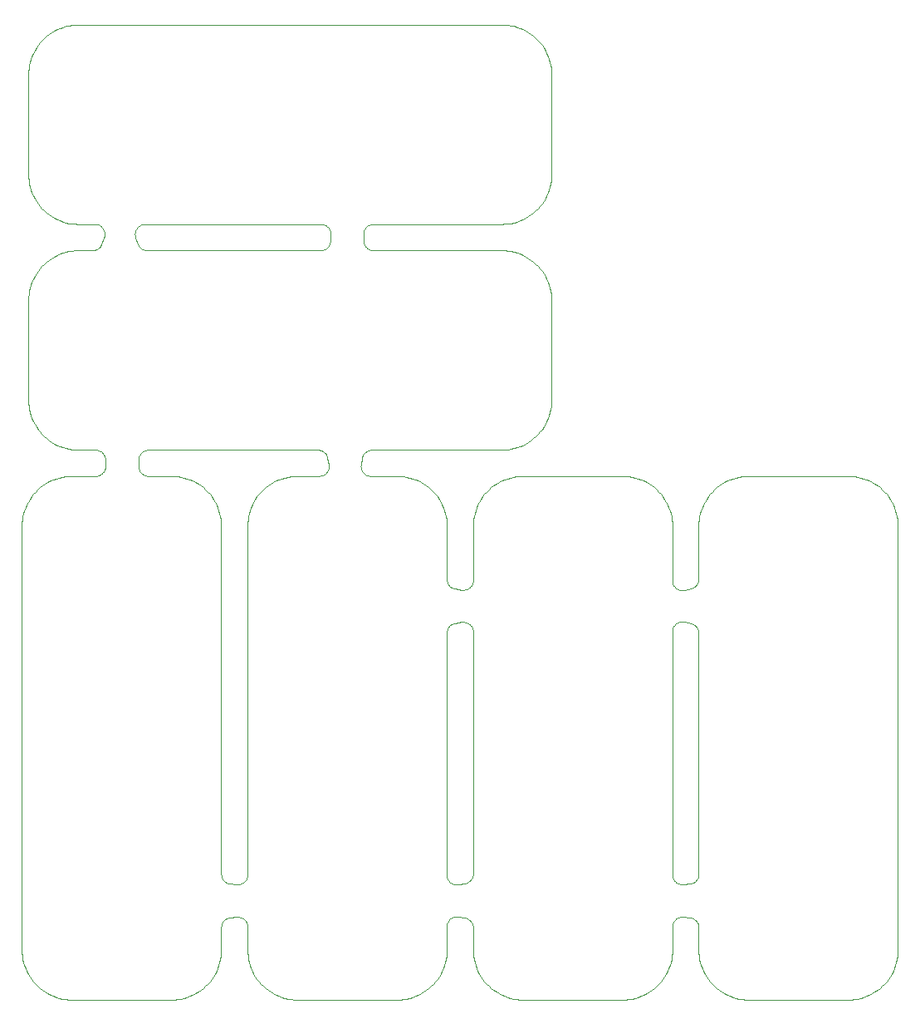
<source format=gko>
%MOIN*%
%OFA0B0*%
%FSLAX36Y36*%
%IPPOS*%
%LPD*%
%ADD10C,0*%
D10*
X000507312Y002204724D02*
X000507312Y002204724D01*
X001188240Y002204724D01*
X001190992Y002204628D01*
X001193730Y002204339D01*
X001196442Y002203860D01*
X001199114Y002203192D01*
X001201732Y002202340D01*
X001204285Y002201306D01*
X001206759Y002200097D01*
X001209142Y002198717D01*
X001211423Y002197174D01*
X001213590Y002195476D01*
X001215634Y002193630D01*
X001217544Y002191646D01*
X001219310Y002189533D01*
X001220924Y002187302D01*
X001222378Y002184964D01*
X001223666Y002182530D01*
X001224780Y002180011D01*
X001225715Y002177421D01*
X001226467Y002174772D01*
X001227032Y002172077D01*
X001231535Y002146092D01*
X001231973Y002142692D01*
X001232113Y002139266D01*
X001231955Y002135841D01*
X001231499Y002132442D01*
X001230749Y002129096D01*
X001229711Y002125828D01*
X001228393Y002122663D01*
X001226804Y002119625D01*
X001224957Y002116736D01*
X001222865Y002114019D01*
X001220545Y002111494D01*
X001218014Y002109181D01*
X001215292Y002107096D01*
X001212398Y002105257D01*
X001209355Y002103676D01*
X001206187Y002102366D01*
X001202916Y002101337D01*
X001199568Y002100596D01*
X001196169Y002100149D01*
X001192743Y002100000D01*
X001105511Y002100000D01*
X001092953Y002099605D01*
X001080444Y002098423D01*
X001068035Y002096457D01*
X001055773Y002093716D01*
X001043708Y002090211D01*
X001031886Y002085955D01*
X001020355Y002080965D01*
X001009161Y002075261D01*
X000998346Y002068865D01*
X000987954Y002061803D01*
X000978026Y002054102D01*
X000968602Y002045794D01*
X000959717Y002036909D01*
X000951409Y002027485D01*
X000943708Y002017557D01*
X000936646Y002007165D01*
X000930250Y001996350D01*
X000924546Y001985156D01*
X000919556Y001973625D01*
X000915300Y001961803D01*
X000911795Y001949738D01*
X000909054Y001937476D01*
X000907088Y001925067D01*
X000905906Y001912558D01*
X000905511Y001899999D01*
X000905511Y000501766D01*
X000905379Y000498542D01*
X000904984Y000495341D01*
X000904327Y000492182D01*
X000903414Y000489088D01*
X000902251Y000486079D01*
X000900846Y000483175D01*
X000899207Y000480396D01*
X000897347Y000477761D01*
X000895276Y000475287D01*
X000893011Y000472990D01*
X000890565Y000470887D01*
X000887954Y000468991D01*
X000885198Y000467315D01*
X000882313Y000465871D01*
X000879320Y000464667D01*
X000876239Y000463713D01*
X000873089Y000463014D01*
X000869893Y000462575D01*
X000866672Y000462399D01*
X000863447Y000462488D01*
X000836675Y000464324D01*
X000833735Y000464637D01*
X000830827Y000465170D01*
X000827967Y000465920D01*
X000825171Y000466881D01*
X000822456Y000468051D01*
X000819835Y000469420D01*
X000817325Y000470982D01*
X000814940Y000472729D01*
X000812692Y000474649D01*
X000810594Y000476733D01*
X000808659Y000478968D01*
X000806897Y000481342D01*
X000805318Y000483842D01*
X000803931Y000486453D01*
X000802744Y000489161D01*
X000801763Y000491950D01*
X000800995Y000494805D01*
X000800443Y000497710D01*
X000800111Y000500648D01*
X000800000Y000503602D01*
X000800000Y001899999D01*
X000799605Y001912558D01*
X000798423Y001925067D01*
X000796456Y001937476D01*
X000793716Y001949738D01*
X000790211Y001961803D01*
X000785955Y001973625D01*
X000780965Y001985156D01*
X000775261Y001996350D01*
X000768865Y002007165D01*
X000761803Y002017557D01*
X000754102Y002027485D01*
X000745793Y002036909D01*
X000736909Y002045794D01*
X000727484Y002054102D01*
X000717556Y002061803D01*
X000707165Y002068865D01*
X000696350Y002075261D01*
X000685155Y002080965D01*
X000673624Y002085955D01*
X000661802Y002090211D01*
X000649737Y002093716D01*
X000637475Y002096457D01*
X000625066Y002098423D01*
X000612557Y002099605D01*
X000599999Y002100000D01*
X000507050Y002100000D01*
X000503941Y002100122D01*
X000500852Y002100490D01*
X000497801Y002101101D01*
X000494808Y002101951D01*
X000491892Y002103035D01*
X000489070Y002104345D01*
X000486361Y002105874D01*
X000483780Y002107612D01*
X000481345Y002109549D01*
X000479071Y002111672D01*
X000476971Y002113967D01*
X000475059Y002116422D01*
X000473347Y002119020D01*
X000471845Y002121744D01*
X000470564Y002124579D01*
X000469510Y002127506D01*
X000468690Y002130508D01*
X000468110Y002133564D01*
X000467773Y002136657D01*
X000467682Y002139767D01*
X000467944Y002165751D01*
X000468095Y002168819D01*
X000468485Y002171866D01*
X000469110Y002174873D01*
X000469969Y002177822D01*
X000471054Y002180695D01*
X000472361Y002183475D01*
X000473880Y002186145D01*
X000475602Y002188688D01*
X000477518Y002191089D01*
X000479614Y002193333D01*
X000481880Y002195407D01*
X000484300Y002197298D01*
X000486860Y002198995D01*
X000489545Y002200487D01*
X000492338Y002201765D01*
X000495222Y002202821D01*
X000498180Y002203650D01*
X000501193Y002204245D01*
X000504243Y002204604D01*
X000507312Y002204724D01*
X000295575Y002100000D02*
X000295575Y002100000D01*
X000199999Y002100000D01*
X000187441Y002099605D01*
X000174933Y002098423D01*
X000162523Y002096457D01*
X000150261Y002093716D01*
X000138196Y002090211D01*
X000126374Y002085955D01*
X000114844Y002080965D01*
X000103649Y002075261D01*
X000092834Y002068865D01*
X000082442Y002061803D01*
X000072515Y002054102D01*
X000063090Y002045794D01*
X000054206Y002036909D01*
X000045897Y002027485D01*
X000038196Y002017557D01*
X000031134Y002007165D01*
X000024738Y001996350D01*
X000019034Y001985156D01*
X000014044Y001973625D01*
X000009788Y001961803D01*
X000006283Y001949738D01*
X000003542Y001937476D01*
X000001576Y001925067D01*
X000000394Y001912558D01*
X000000000Y001899999D01*
X000000000Y000200000D01*
X000000394Y000187442D01*
X000001576Y000174933D01*
X000003542Y000162524D01*
X000006283Y000150261D01*
X000009788Y000138196D01*
X000014044Y000126375D01*
X000019034Y000114844D01*
X000024738Y000103649D01*
X000031134Y000092834D01*
X000038196Y000082443D01*
X000045897Y000072515D01*
X000054206Y000063091D01*
X000063090Y000054206D01*
X000072515Y000045897D01*
X000082442Y000038197D01*
X000092834Y000031134D01*
X000103649Y000024739D01*
X000114844Y000019034D01*
X000126374Y000014044D01*
X000138196Y000009789D01*
X000150261Y000006283D01*
X000162523Y000003542D01*
X000174933Y000001577D01*
X000187441Y000000394D01*
X000199999Y000000000D01*
X000599999Y000000000D01*
X000612557Y000000394D01*
X000625066Y000001577D01*
X000637475Y000003542D01*
X000649737Y000006283D01*
X000661802Y000009789D01*
X000673624Y000014044D01*
X000685155Y000019034D01*
X000696350Y000024739D01*
X000707165Y000031134D01*
X000717556Y000038197D01*
X000727484Y000045897D01*
X000736909Y000054206D01*
X000745793Y000063091D01*
X000754102Y000072515D01*
X000761803Y000082443D01*
X000768865Y000092834D01*
X000775261Y000103649D01*
X000780965Y000114844D01*
X000785955Y000126375D01*
X000790211Y000138196D01*
X000793716Y000150261D01*
X000796456Y000162524D01*
X000798423Y000174933D01*
X000799605Y000187442D01*
X000800000Y000200000D01*
X000800000Y000290459D01*
X000800111Y000293414D01*
X000800443Y000296352D01*
X000800995Y000299256D01*
X000801763Y000302111D01*
X000802744Y000304901D01*
X000803931Y000307608D01*
X000805318Y000310220D01*
X000806897Y000312719D01*
X000808659Y000315093D01*
X000810594Y000317329D01*
X000812692Y000319412D01*
X000814940Y000321333D01*
X000817325Y000323079D01*
X000819835Y000324641D01*
X000822456Y000326011D01*
X000825171Y000327180D01*
X000827967Y000328142D01*
X000830827Y000328891D01*
X000833735Y000329424D01*
X000836675Y000329737D01*
X000863447Y000331573D01*
X000866672Y000331662D01*
X000869893Y000331487D01*
X000873089Y000331048D01*
X000876239Y000330349D01*
X000879320Y000329394D01*
X000882313Y000328191D01*
X000885198Y000326746D01*
X000887954Y000325070D01*
X000890565Y000323175D01*
X000893011Y000321071D01*
X000895276Y000318775D01*
X000897347Y000316301D01*
X000899207Y000313665D01*
X000900846Y000310886D01*
X000902251Y000307982D01*
X000903414Y000304973D01*
X000904327Y000301879D01*
X000904984Y000298721D01*
X000905379Y000295519D01*
X000905511Y000292296D01*
X000905511Y000200000D01*
X000905906Y000187442D01*
X000907088Y000174933D01*
X000909054Y000162524D01*
X000911795Y000150261D01*
X000915300Y000138196D01*
X000919556Y000126375D01*
X000924546Y000114844D01*
X000930250Y000103649D01*
X000936646Y000092834D01*
X000943708Y000082443D01*
X000951409Y000072515D01*
X000959717Y000063091D01*
X000968602Y000054206D01*
X000978026Y000045897D01*
X000987954Y000038197D01*
X000998346Y000031134D01*
X001009161Y000024739D01*
X001020355Y000019034D01*
X001031886Y000014044D01*
X001043708Y000009789D01*
X001055773Y000006283D01*
X001068035Y000003542D01*
X001080444Y000001577D01*
X001092953Y000000394D01*
X001105511Y000000000D01*
X001505511Y000000000D01*
X001518069Y000000394D01*
X001530578Y000001577D01*
X001542987Y000003542D01*
X001555249Y000006283D01*
X001567314Y000009789D01*
X001579136Y000014044D01*
X001590667Y000019034D01*
X001601862Y000024739D01*
X001612677Y000031134D01*
X001623068Y000038197D01*
X001632996Y000045897D01*
X001642420Y000054206D01*
X001651305Y000063091D01*
X001659614Y000072515D01*
X001667315Y000082443D01*
X001674377Y000092834D01*
X001680772Y000103649D01*
X001686477Y000114844D01*
X001691467Y000126375D01*
X001695722Y000138196D01*
X001699228Y000150261D01*
X001701968Y000162524D01*
X001703934Y000174933D01*
X001705117Y000187442D01*
X001705511Y000200000D01*
X001705511Y000293839D01*
X001705661Y000297269D01*
X001706109Y000300673D01*
X001706852Y000304025D01*
X001707884Y000307299D01*
X001709197Y000310471D01*
X001710782Y000313517D01*
X001712626Y000316413D01*
X001714715Y000319137D01*
X001717034Y000321669D01*
X001719564Y000323990D01*
X001722288Y000326081D01*
X001725182Y000327926D01*
X001728227Y000329513D01*
X001731398Y000330828D01*
X001734672Y000331862D01*
X001738024Y000332607D01*
X001741427Y000333057D01*
X001744857Y000333209D01*
X001748287Y000333062D01*
X001751691Y000332616D01*
X001778463Y000327914D01*
X001781153Y000327344D01*
X001783796Y000326588D01*
X001786380Y000325649D01*
X001788892Y000324533D01*
X001791321Y000323243D01*
X001793653Y000321787D01*
X001795878Y000320172D01*
X001797985Y000318406D01*
X001799963Y000316497D01*
X001801804Y000314454D01*
X001803497Y000312289D01*
X001805035Y000310010D01*
X001806410Y000307629D01*
X001807616Y000305158D01*
X001808647Y000302609D01*
X001809497Y000299995D01*
X001810162Y000297327D01*
X001810640Y000294619D01*
X001810927Y000291885D01*
X001811023Y000289138D01*
X001811023Y000200000D01*
X001811418Y000187442D01*
X001812600Y000174933D01*
X001814566Y000162524D01*
X001817306Y000150261D01*
X001820812Y000138196D01*
X001825068Y000126375D01*
X001830057Y000114844D01*
X001835762Y000103649D01*
X001842157Y000092834D01*
X001849219Y000082443D01*
X001856920Y000072515D01*
X001865229Y000063091D01*
X001874114Y000054206D01*
X001883538Y000045897D01*
X001893466Y000038197D01*
X001903857Y000031134D01*
X001914672Y000024739D01*
X001925867Y000019034D01*
X001937398Y000014044D01*
X001949219Y000009789D01*
X001961285Y000006283D01*
X001973547Y000003542D01*
X001985956Y000001577D01*
X001998465Y000000394D01*
X002011023Y000000000D01*
X002411023Y000000000D01*
X002423581Y000000394D01*
X002436090Y000001577D01*
X002448499Y000003542D01*
X002460761Y000006283D01*
X002472826Y000009789D01*
X002484648Y000014044D01*
X002496179Y000019034D01*
X002507373Y000024739D01*
X002518188Y000031134D01*
X002528580Y000038197D01*
X002538508Y000045897D01*
X002547932Y000054206D01*
X002556817Y000063091D01*
X002565125Y000072515D01*
X002572826Y000082443D01*
X002579889Y000092834D01*
X002586284Y000103649D01*
X002591989Y000114844D01*
X002596979Y000126375D01*
X002601234Y000138196D01*
X002604739Y000150261D01*
X002607480Y000162524D01*
X002609446Y000174933D01*
X002610629Y000187442D01*
X002611023Y000200000D01*
X002611023Y000292739D01*
X002611160Y000296023D01*
X002611571Y000299285D01*
X002612253Y000302501D01*
X002613200Y000305649D01*
X002614407Y000308707D01*
X002615864Y000311653D01*
X002617563Y000314468D01*
X002619490Y000317131D01*
X002621633Y000319625D01*
X002623976Y000321930D01*
X002626504Y000324032D01*
X002629198Y000325916D01*
X002632039Y000327569D01*
X002635009Y000328979D01*
X002638086Y000330136D01*
X002641249Y000331032D01*
X002644476Y000331662D01*
X002647743Y000332020D01*
X002651030Y000332104D01*
X002654312Y000331913D01*
X002681083Y000329236D01*
X002683952Y000328842D01*
X002686783Y000328238D01*
X002689563Y000327428D01*
X002692275Y000326416D01*
X002694906Y000325207D01*
X002697441Y000323808D01*
X002699866Y000322227D01*
X002702169Y000320472D01*
X002704336Y000318552D01*
X002706356Y000316478D01*
X002708219Y000314262D01*
X002709913Y000311914D01*
X002711431Y000309448D01*
X002712763Y000306878D01*
X002713902Y000304216D01*
X002714843Y000301478D01*
X002715580Y000298678D01*
X002716110Y000295832D01*
X002716429Y000292954D01*
X002716535Y000290061D01*
X002716535Y000200000D01*
X002716929Y000187442D01*
X002718112Y000174933D01*
X002720078Y000162524D01*
X002722818Y000150261D01*
X002726323Y000138196D01*
X002730579Y000126375D01*
X002735569Y000114844D01*
X002741273Y000103649D01*
X002747669Y000092834D01*
X002754731Y000082443D01*
X002762432Y000072515D01*
X002770741Y000063091D01*
X002779626Y000054206D01*
X002789050Y000045897D01*
X002798978Y000038197D01*
X002809369Y000031134D01*
X002820184Y000024739D01*
X002831379Y000019034D01*
X002842910Y000014044D01*
X002854731Y000009789D01*
X002866797Y000006283D01*
X002879059Y000003542D01*
X002891468Y000001577D01*
X002903977Y000000394D01*
X002916535Y000000000D01*
X003316535Y000000000D01*
X003329093Y000000394D01*
X003341601Y000001577D01*
X003354011Y000003542D01*
X003366273Y000006283D01*
X003378338Y000009789D01*
X003390160Y000014044D01*
X003401690Y000019034D01*
X003412885Y000024739D01*
X003423700Y000031134D01*
X003434092Y000038197D01*
X003444020Y000045897D01*
X003453444Y000054206D01*
X003462328Y000063091D01*
X003470637Y000072515D01*
X003478338Y000082443D01*
X003485400Y000092834D01*
X003491796Y000103649D01*
X003497501Y000114844D01*
X003502490Y000126375D01*
X003506746Y000138196D01*
X003510251Y000150261D01*
X003512992Y000162524D01*
X003514958Y000174933D01*
X003516140Y000187442D01*
X003516535Y000200000D01*
X003516535Y001899999D01*
X003516140Y001912558D01*
X003514958Y001925067D01*
X003512992Y001937476D01*
X003510251Y001949738D01*
X003506746Y001961803D01*
X003502490Y001973625D01*
X003497501Y001985156D01*
X003491796Y001996350D01*
X003485400Y002007165D01*
X003478338Y002017557D01*
X003470637Y002027485D01*
X003462328Y002036909D01*
X003453444Y002045794D01*
X003444020Y002054102D01*
X003434092Y002061803D01*
X003423700Y002068865D01*
X003412885Y002075261D01*
X003401690Y002080965D01*
X003390160Y002085955D01*
X003378338Y002090211D01*
X003366273Y002093716D01*
X003354011Y002096457D01*
X003341601Y002098423D01*
X003329093Y002099605D01*
X003316535Y002100000D01*
X002916535Y002100000D01*
X002903977Y002099605D01*
X002891468Y002098423D01*
X002879059Y002096457D01*
X002866797Y002093716D01*
X002854731Y002090211D01*
X002842910Y002085955D01*
X002831379Y002080965D01*
X002820184Y002075261D01*
X002809369Y002068865D01*
X002798978Y002061803D01*
X002789050Y002054102D01*
X002779626Y002045794D01*
X002770741Y002036909D01*
X002762432Y002027485D01*
X002754731Y002017557D01*
X002747669Y002007165D01*
X002741273Y001996350D01*
X002735569Y001985156D01*
X002730579Y001973625D01*
X002726323Y001961803D01*
X002722818Y001949738D01*
X002720078Y001937476D01*
X002718112Y001925067D01*
X002716929Y001912558D01*
X002716535Y001899999D01*
X002716535Y001687718D01*
X002716450Y001685130D01*
X002716195Y001682552D01*
X002715770Y001679997D01*
X002715179Y001677475D01*
X002714423Y001674997D01*
X002713506Y001672575D01*
X002712432Y001670218D01*
X002711205Y001667937D01*
X002709830Y001665742D01*
X002708315Y001663641D01*
X002706664Y001661645D01*
X002704886Y001659762D01*
X002702987Y001658000D01*
X002700977Y001656366D01*
X002698864Y001654868D01*
X002696657Y001653512D01*
X002694366Y001652305D01*
X002692000Y001651250D01*
X002689570Y001650354D01*
X002687086Y001649619D01*
X002660314Y001642647D01*
X002656800Y001641902D01*
X002653233Y001641480D01*
X002649642Y001641384D01*
X002646057Y001641617D01*
X002642508Y001642175D01*
X002639025Y001643054D01*
X002635637Y001644247D01*
X002632371Y001645744D01*
X002629256Y001647533D01*
X002626316Y001649597D01*
X002623577Y001651922D01*
X002621061Y001654486D01*
X002618790Y001657269D01*
X002616781Y001660247D01*
X002615053Y001663396D01*
X002613618Y001666690D01*
X002612490Y001670101D01*
X002611677Y001673600D01*
X002611187Y001677158D01*
X002611023Y001680747D01*
X002611023Y001899999D01*
X002610629Y001912558D01*
X002609446Y001925067D01*
X002607480Y001937476D01*
X002604739Y001949738D01*
X002601234Y001961803D01*
X002596979Y001973625D01*
X002591989Y001985156D01*
X002586284Y001996350D01*
X002579889Y002007165D01*
X002572826Y002017557D01*
X002565125Y002027485D01*
X002556817Y002036909D01*
X002547932Y002045794D01*
X002538508Y002054102D01*
X002528580Y002061803D01*
X002518188Y002068865D01*
X002507373Y002075261D01*
X002496179Y002080965D01*
X002484648Y002085955D01*
X002472826Y002090211D01*
X002460761Y002093716D01*
X002448499Y002096457D01*
X002436090Y002098423D01*
X002423581Y002099605D01*
X002411023Y002100000D01*
X002011023Y002100000D01*
X001998465Y002099605D01*
X001985956Y002098423D01*
X001973547Y002096457D01*
X001961285Y002093716D01*
X001949219Y002090211D01*
X001937398Y002085955D01*
X001925867Y002080965D01*
X001914672Y002075261D01*
X001903857Y002068865D01*
X001893466Y002061803D01*
X001883538Y002054102D01*
X001874114Y002045794D01*
X001865229Y002036909D01*
X001856920Y002027485D01*
X001849219Y002017557D01*
X001842157Y002007165D01*
X001835762Y001996350D01*
X001830057Y001985156D01*
X001825068Y001973625D01*
X001820812Y001961803D01*
X001817306Y001949738D01*
X001814566Y001937476D01*
X001812600Y001925067D01*
X001811418Y001912558D01*
X001811023Y001899999D01*
X001811023Y001682503D01*
X001810879Y001679133D01*
X001810446Y001675788D01*
X001809729Y001672492D01*
X001808733Y001669270D01*
X001807464Y001666145D01*
X001805933Y001663140D01*
X001804149Y001660277D01*
X001802128Y001657577D01*
X001799883Y001655060D01*
X001797430Y001652745D01*
X001794788Y001650647D01*
X001791977Y001648784D01*
X001789016Y001647168D01*
X001785928Y001645812D01*
X001782736Y001644725D01*
X001779461Y001643915D01*
X001776130Y001643388D01*
X001772766Y001643148D01*
X001769393Y001643198D01*
X001766037Y001643535D01*
X001739266Y001647393D01*
X001736501Y001647893D01*
X001733778Y001648589D01*
X001731113Y001649477D01*
X001728517Y001650553D01*
X001726005Y001651811D01*
X001723589Y001653246D01*
X001721281Y001654849D01*
X001719094Y001656612D01*
X001717038Y001658527D01*
X001715123Y001660584D01*
X001713361Y001662772D01*
X001711758Y001665080D01*
X001710325Y001667497D01*
X001709068Y001670010D01*
X001707993Y001672605D01*
X001707105Y001675272D01*
X001706411Y001677994D01*
X001705912Y001680759D01*
X001705612Y001683553D01*
X001705511Y001686361D01*
X001705511Y001899999D01*
X001705117Y001912558D01*
X001703934Y001925067D01*
X001701968Y001937476D01*
X001699228Y001949738D01*
X001695722Y001961803D01*
X001691467Y001973625D01*
X001686477Y001985156D01*
X001680772Y001996350D01*
X001674377Y002007165D01*
X001667315Y002017557D01*
X001659614Y002027485D01*
X001651305Y002036909D01*
X001642420Y002045794D01*
X001632996Y002054102D01*
X001623068Y002061803D01*
X001612677Y002068865D01*
X001601862Y002075261D01*
X001590667Y002080965D01*
X001579136Y002085955D01*
X001567314Y002090211D01*
X001555249Y002093716D01*
X001542987Y002096457D01*
X001530578Y002098423D01*
X001518069Y002099605D01*
X001505511Y002100000D01*
X001399734Y002100000D01*
X001396309Y002100149D01*
X001392909Y002100596D01*
X001389561Y002101337D01*
X001386291Y002102366D01*
X001383122Y002103676D01*
X001380079Y002105257D01*
X001377186Y002107096D01*
X001374463Y002109181D01*
X001371932Y002111494D01*
X001369612Y002114019D01*
X001367521Y002116736D01*
X001365673Y002119625D01*
X001364085Y002122663D01*
X001362766Y002125828D01*
X001361728Y002129096D01*
X001360978Y002132442D01*
X001360523Y002135841D01*
X001360364Y002139266D01*
X001360505Y002142692D01*
X001360942Y002146092D01*
X001365446Y002172077D01*
X001366010Y002174772D01*
X001366762Y002177421D01*
X001367698Y002180011D01*
X001368811Y002182530D01*
X001370099Y002184964D01*
X001371553Y002187302D01*
X001373167Y002189533D01*
X001374934Y002191646D01*
X001376843Y002193630D01*
X001378887Y002195476D01*
X001381054Y002197174D01*
X001383335Y002198717D01*
X001385719Y002200097D01*
X001388193Y002201306D01*
X001390745Y002202340D01*
X001393363Y002203192D01*
X001396035Y002203860D01*
X001398747Y002204339D01*
X001401485Y002204628D01*
X001404237Y002204724D01*
X001925984Y002204724D01*
X001938542Y002205118D01*
X001951051Y002206301D01*
X001963460Y002208266D01*
X001975722Y002211007D01*
X001987787Y002214512D01*
X001999609Y002218768D01*
X002011139Y002223758D01*
X002022335Y002229462D01*
X002033149Y002235858D01*
X002043541Y002242920D01*
X002053468Y002250621D01*
X002062893Y002258930D01*
X002071778Y002267814D01*
X002080086Y002277239D01*
X002087787Y002287167D01*
X002094849Y002297558D01*
X002101245Y002308373D01*
X002106949Y002319568D01*
X002111939Y002331099D01*
X002116195Y002342920D01*
X002119701Y002354986D01*
X002122441Y002367247D01*
X002124407Y002379657D01*
X002125589Y002392166D01*
X002125984Y002404724D01*
X002125984Y002804724D01*
X002125589Y002817282D01*
X002124407Y002829790D01*
X002122441Y002842200D01*
X002119701Y002854461D01*
X002116195Y002866527D01*
X002111939Y002878349D01*
X002106949Y002889879D01*
X002101245Y002901074D01*
X002094849Y002911889D01*
X002087787Y002922281D01*
X002080086Y002932209D01*
X002071778Y002941633D01*
X002062893Y002950517D01*
X002053468Y002958826D01*
X002043541Y002966527D01*
X002033149Y002973589D01*
X002022335Y002979985D01*
X002011139Y002985689D01*
X001999609Y002990679D01*
X001987787Y002994935D01*
X001975722Y002998440D01*
X001963460Y003001181D01*
X001951051Y003003147D01*
X001938542Y003004329D01*
X001925984Y003004724D01*
X001411145Y003004724D01*
X001408156Y003004838D01*
X001405184Y003005178D01*
X001402247Y003005743D01*
X001399360Y003006529D01*
X001396542Y003007532D01*
X001393808Y003008747D01*
X001391175Y003010165D01*
X001388656Y003011779D01*
X001386268Y003013580D01*
X001384023Y003015557D01*
X001381934Y003017699D01*
X001380014Y003019993D01*
X001378274Y003022426D01*
X001376724Y003024984D01*
X001375372Y003027653D01*
X001374227Y003030417D01*
X001373296Y003033259D01*
X001372582Y003036164D01*
X001372091Y003039115D01*
X001371826Y003042095D01*
X001370465Y003068866D01*
X001370432Y003072057D01*
X001370658Y003075241D01*
X001371141Y003078395D01*
X001371877Y003081500D01*
X001372863Y003084535D01*
X001374092Y003087481D01*
X001375555Y003090317D01*
X001377243Y003093025D01*
X001379144Y003095588D01*
X001381247Y003097988D01*
X001383538Y003100211D01*
X001386000Y003102240D01*
X001388620Y003104063D01*
X001391378Y003105668D01*
X001394257Y003107045D01*
X001397238Y003108183D01*
X001400302Y003109077D01*
X001403428Y003109719D01*
X001406595Y003110106D01*
X001409784Y003110236D01*
X001925984Y003110236D01*
X001938542Y003110630D01*
X001951051Y003111812D01*
X001963460Y003113778D01*
X001975722Y003116519D01*
X001987787Y003120024D01*
X001999609Y003124280D01*
X002011139Y003129270D01*
X002022335Y003134974D01*
X002033149Y003141370D01*
X002043541Y003148432D01*
X002053468Y003156133D01*
X002062893Y003164442D01*
X002071778Y003173326D01*
X002080086Y003182751D01*
X002087787Y003192679D01*
X002094849Y003203070D01*
X002101245Y003213885D01*
X002106949Y003225080D01*
X002111939Y003236610D01*
X002116195Y003248432D01*
X002119701Y003260498D01*
X002122441Y003272759D01*
X002124407Y003285169D01*
X002125589Y003297677D01*
X002125984Y003310235D01*
X002125984Y003710236D01*
X002125589Y003722793D01*
X002124407Y003735302D01*
X002122441Y003747712D01*
X002119701Y003759973D01*
X002116195Y003772039D01*
X002111939Y003783860D01*
X002106949Y003795391D01*
X002101245Y003806586D01*
X002094849Y003817401D01*
X002087787Y003827793D01*
X002080086Y003837720D01*
X002071778Y003847145D01*
X002062893Y003856029D01*
X002053468Y003864338D01*
X002043541Y003872039D01*
X002033149Y003879101D01*
X002022335Y003885497D01*
X002011139Y003891201D01*
X001999609Y003896191D01*
X001987787Y003900447D01*
X001975722Y003903952D01*
X001963460Y003906693D01*
X001951051Y003908659D01*
X001938542Y003909841D01*
X001925984Y003910236D01*
X000225984Y003910236D01*
X000213426Y003909841D01*
X000200917Y003908659D01*
X000188507Y003906693D01*
X000176246Y003903952D01*
X000164180Y003900447D01*
X000152359Y003896191D01*
X000140828Y003891201D01*
X000129633Y003885497D01*
X000118818Y003879101D01*
X000108427Y003872039D01*
X000098499Y003864338D01*
X000089074Y003856029D01*
X000080190Y003847145D01*
X000071881Y003837720D01*
X000064180Y003827793D01*
X000057118Y003817401D01*
X000050722Y003806586D01*
X000045018Y003795391D01*
X000040028Y003783860D01*
X000035773Y003772039D01*
X000032267Y003759973D01*
X000029526Y003747712D01*
X000027561Y003735302D01*
X000026378Y003722793D01*
X000025984Y003710236D01*
X000025984Y003310235D01*
X000026378Y003297677D01*
X000027561Y003285169D01*
X000029526Y003272759D01*
X000032267Y003260498D01*
X000035773Y003248432D01*
X000040028Y003236610D01*
X000045018Y003225080D01*
X000050722Y003213885D01*
X000057118Y003203070D01*
X000064180Y003192679D01*
X000071881Y003182751D01*
X000080190Y003173326D01*
X000089074Y003164442D01*
X000098499Y003156133D01*
X000108427Y003148432D01*
X000118818Y003141370D01*
X000129633Y003134974D01*
X000140828Y003129270D01*
X000152359Y003124280D01*
X000164180Y003120024D01*
X000176246Y003116519D01*
X000188507Y003113778D01*
X000200917Y003111812D01*
X000213426Y003110630D01*
X000225984Y003110236D01*
X000292644Y003110236D01*
X000296432Y003110053D01*
X000300185Y003109507D01*
X000303868Y003108602D01*
X000307446Y003107347D01*
X000310888Y003105754D01*
X000314160Y003103837D01*
X000317232Y003101614D01*
X000320076Y003099106D01*
X000322666Y003096336D01*
X000324977Y003093329D01*
X000326988Y003090114D01*
X000328681Y003086720D01*
X000330039Y003083180D01*
X000331050Y003079525D01*
X000331705Y003075790D01*
X000331998Y003072009D01*
X000331925Y003068217D01*
X000331488Y003064450D01*
X000330691Y003060743D01*
X000329540Y003057129D01*
X000319573Y003030358D01*
X000318672Y003028144D01*
X000317638Y003025989D01*
X000316475Y003023901D01*
X000315187Y003021887D01*
X000313779Y003019956D01*
X000312257Y003018113D01*
X000310626Y003016366D01*
X000308892Y003014721D01*
X000307061Y003013184D01*
X000305141Y003011761D01*
X000303137Y003010458D01*
X000301058Y003009278D01*
X000298912Y003008227D01*
X000296705Y003007308D01*
X000294447Y003006524D01*
X000292146Y003005879D01*
X000289809Y003005375D01*
X000287447Y003005014D01*
X000285066Y003004796D01*
X000282677Y003004724D01*
X000225984Y003004724D01*
X000213426Y003004329D01*
X000200917Y003003147D01*
X000188507Y003001181D01*
X000176246Y002998440D01*
X000164180Y002994935D01*
X000152359Y002990679D01*
X000140828Y002985689D01*
X000129633Y002979985D01*
X000118818Y002973589D01*
X000108427Y002966527D01*
X000098499Y002958826D01*
X000089074Y002950517D01*
X000080190Y002941633D01*
X000071881Y002932209D01*
X000064180Y002922281D01*
X000057118Y002911889D01*
X000050722Y002901074D01*
X000045018Y002889879D01*
X000040028Y002878349D01*
X000035773Y002866527D01*
X000032267Y002854461D01*
X000029526Y002842200D01*
X000027561Y002829790D01*
X000026378Y002817282D01*
X000025984Y002804724D01*
X000025984Y002404724D01*
X000026378Y002392166D01*
X000027561Y002379657D01*
X000029526Y002367247D01*
X000032267Y002354986D01*
X000035773Y002342920D01*
X000040028Y002331099D01*
X000045018Y002319568D01*
X000050722Y002308373D01*
X000057118Y002297558D01*
X000064180Y002287167D01*
X000071881Y002277239D01*
X000080190Y002267814D01*
X000089074Y002258930D01*
X000098499Y002250621D01*
X000108427Y002242920D01*
X000118818Y002235858D01*
X000129633Y002229462D01*
X000140828Y002223758D01*
X000152359Y002218768D01*
X000164180Y002214512D01*
X000176246Y002211007D01*
X000188507Y002208266D01*
X000200917Y002206301D01*
X000213426Y002205118D01*
X000225984Y002204724D01*
X000295313Y002204724D01*
X000298382Y002204604D01*
X000301433Y002204245D01*
X000304446Y002203650D01*
X000307403Y002202821D01*
X000310287Y002201765D01*
X000313080Y002200487D01*
X000315765Y002198995D01*
X000318325Y002197298D01*
X000320745Y002195407D01*
X000323011Y002193333D01*
X000325108Y002191089D01*
X000327023Y002188688D01*
X000328746Y002186145D01*
X000330265Y002183475D01*
X000331571Y002180695D01*
X000332657Y002177822D01*
X000333515Y002174873D01*
X000334141Y002171866D01*
X000334530Y002168819D01*
X000334681Y002165751D01*
X000334943Y002139767D01*
X000334852Y002136657D01*
X000334515Y002133564D01*
X000333935Y002130508D01*
X000333116Y002127506D01*
X000332062Y002124579D01*
X000330780Y002121744D01*
X000329278Y002119020D01*
X000327566Y002116422D01*
X000325654Y002113967D01*
X000323554Y002111672D01*
X000321280Y002109549D01*
X000318845Y002107612D01*
X000316265Y002105874D01*
X000313555Y002104345D01*
X000310733Y002103035D01*
X000307817Y002101951D01*
X000304824Y002101101D01*
X000301773Y002100490D01*
X000298684Y002100122D01*
X000295575Y002100000D01*
X002716535Y000504000D02*
X002716535Y000504000D01*
X002716429Y000501107D01*
X002716110Y000498230D01*
X002715580Y000495383D01*
X002714843Y000492583D01*
X002713902Y000489845D01*
X002712763Y000487184D01*
X002711431Y000484613D01*
X002709913Y000482147D01*
X002708219Y000479800D01*
X002706356Y000477583D01*
X002704336Y000475509D01*
X002702169Y000473590D01*
X002699866Y000471834D01*
X002697441Y000470253D01*
X002694906Y000468854D01*
X002692275Y000467646D01*
X002689563Y000466633D01*
X002686783Y000465823D01*
X002683952Y000465220D01*
X002681083Y000464826D01*
X002654312Y000462148D01*
X002651030Y000461958D01*
X002647743Y000462042D01*
X002644476Y000462400D01*
X002641249Y000463029D01*
X002638086Y000463926D01*
X002635009Y000465083D01*
X002632039Y000466492D01*
X002629198Y000468145D01*
X002626504Y000470029D01*
X002623976Y000472131D01*
X002621633Y000474437D01*
X002619490Y000476930D01*
X002617563Y000479593D01*
X002615864Y000482408D01*
X002614407Y000485355D01*
X002613200Y000488412D01*
X002612253Y000491560D01*
X002611571Y000494776D01*
X002611160Y000498038D01*
X002611023Y000501323D01*
X002611023Y001476946D01*
X002611187Y001480535D01*
X002611677Y001484094D01*
X002612490Y001487593D01*
X002613618Y001491003D01*
X002615053Y001494297D01*
X002616781Y001497446D01*
X002618790Y001500424D01*
X002621061Y001503207D01*
X002623577Y001505772D01*
X002626316Y001508096D01*
X002629256Y001510161D01*
X002632371Y001511949D01*
X002635637Y001513446D01*
X002639025Y001514639D01*
X002642508Y001515519D01*
X002646057Y001516077D01*
X002649642Y001516309D01*
X002653233Y001516214D01*
X002656800Y001515792D01*
X002660314Y001515046D01*
X002687086Y001508075D01*
X002689570Y001507340D01*
X002692000Y001506443D01*
X002694366Y001505389D01*
X002696657Y001504181D01*
X002698864Y001502825D01*
X002700977Y001501327D01*
X002702987Y001499694D01*
X002704886Y001497932D01*
X002706664Y001496048D01*
X002708315Y001494052D01*
X002709830Y001491952D01*
X002711205Y001489756D01*
X002712432Y001487475D01*
X002713506Y001485118D01*
X002714423Y001482696D01*
X002715179Y001480218D01*
X002715770Y001477697D01*
X002716195Y001475141D01*
X002716450Y001472564D01*
X002716535Y001469975D01*
X002716535Y000504000D01*
X001811023Y000504924D02*
X001811023Y000504924D01*
X001810927Y000502176D01*
X001810640Y000499442D01*
X001810162Y000496734D01*
X001809497Y000494067D01*
X001808647Y000491452D01*
X001807616Y000488903D01*
X001806410Y000486432D01*
X001805035Y000484052D01*
X001803497Y000481773D01*
X001801804Y000479607D01*
X001799963Y000477564D01*
X001797985Y000475655D01*
X001795878Y000473889D01*
X001793653Y000472274D01*
X001791321Y000470818D01*
X001788892Y000469529D01*
X001786380Y000468412D01*
X001783796Y000467473D01*
X001781153Y000466717D01*
X001778463Y000466147D01*
X001751691Y000461446D01*
X001748287Y000461000D01*
X001744857Y000460852D01*
X001741427Y000461004D01*
X001738024Y000461454D01*
X001734672Y000462199D01*
X001731398Y000463233D01*
X001728227Y000464548D01*
X001725182Y000466135D01*
X001722288Y000467981D01*
X001719564Y000470072D01*
X001717034Y000472392D01*
X001714715Y000474924D01*
X001712626Y000477648D01*
X001710782Y000480544D01*
X001709197Y000483590D01*
X001707884Y000486762D01*
X001706852Y000490037D01*
X001706109Y000493388D01*
X001705661Y000496792D01*
X001705511Y000500222D01*
X001705511Y001471332D01*
X001705612Y001474140D01*
X001705912Y001476934D01*
X001706411Y001479699D01*
X001707105Y001482422D01*
X001707993Y001485088D01*
X001709068Y001487684D01*
X001710325Y001490197D01*
X001711758Y001492613D01*
X001713361Y001494921D01*
X001715123Y001497109D01*
X001717038Y001499166D01*
X001719094Y001501081D01*
X001721281Y001502845D01*
X001723589Y001504448D01*
X001726005Y001505882D01*
X001728517Y001507140D01*
X001731113Y001508216D01*
X001733778Y001509104D01*
X001736501Y001509800D01*
X001739266Y001510300D01*
X001766037Y001514158D01*
X001769393Y001514496D01*
X001772766Y001514545D01*
X001776130Y001514305D01*
X001779461Y001513779D01*
X001782736Y001512969D01*
X001785928Y001511882D01*
X001789016Y001510525D01*
X001791977Y001508909D01*
X001794788Y001507046D01*
X001797430Y001504949D01*
X001799883Y001502633D01*
X001802128Y001500116D01*
X001804149Y001497417D01*
X001805933Y001494554D01*
X001807464Y001491549D01*
X001808733Y001488423D01*
X001809729Y001485201D01*
X001810446Y001481905D01*
X001810879Y001478560D01*
X001811023Y001475191D01*
X001811023Y000504924D01*
X000502820Y003004724D02*
X000502820Y003004724D01*
X000500431Y003004796D01*
X000498051Y003005014D01*
X000495688Y003005375D01*
X000493352Y003005879D01*
X000491050Y003006524D01*
X000488792Y003007308D01*
X000486586Y003008227D01*
X000484439Y003009278D01*
X000482360Y003010458D01*
X000480357Y003011761D01*
X000478436Y003013184D01*
X000476605Y003014721D01*
X000474871Y003016366D01*
X000473240Y003018113D01*
X000471718Y003019956D01*
X000470311Y003021887D01*
X000469023Y003023901D01*
X000467860Y003025989D01*
X000466826Y003028144D01*
X000465924Y003030358D01*
X000455957Y003057129D01*
X000454807Y003060743D01*
X000454009Y003064450D01*
X000453572Y003068217D01*
X000453500Y003072009D01*
X000453792Y003075790D01*
X000454447Y003079525D01*
X000455458Y003083180D01*
X000456817Y003086720D01*
X000458509Y003090114D01*
X000460520Y003093329D01*
X000462832Y003096336D01*
X000465421Y003099106D01*
X000468266Y003101614D01*
X000471338Y003103837D01*
X000474610Y003105754D01*
X000478051Y003107347D01*
X000481630Y003108602D01*
X000485313Y003109507D01*
X000489065Y003110053D01*
X000492853Y003110236D01*
X001199821Y003110236D01*
X001203009Y003110106D01*
X001206177Y003109719D01*
X001209303Y003109077D01*
X001212367Y003108183D01*
X001215348Y003107045D01*
X001218227Y003105668D01*
X001220985Y003104063D01*
X001223604Y003102240D01*
X001226067Y003100211D01*
X001228358Y003097988D01*
X001230461Y003095588D01*
X001232362Y003093025D01*
X001234050Y003090317D01*
X001235513Y003087481D01*
X001236742Y003084535D01*
X001237727Y003081500D01*
X001238464Y003078395D01*
X001238947Y003075241D01*
X001239173Y003072057D01*
X001239140Y003068866D01*
X001237779Y003042095D01*
X001237513Y003039115D01*
X001237023Y003036164D01*
X001236309Y003033259D01*
X001235377Y003030417D01*
X001234232Y003027653D01*
X001232881Y003024984D01*
X001231331Y003022426D01*
X001229590Y003019993D01*
X001227671Y003017699D01*
X001225582Y003015557D01*
X001223337Y003013580D01*
X001220949Y003011779D01*
X001218430Y003010165D01*
X001215796Y003008747D01*
X001213063Y003007532D01*
X001210244Y003006529D01*
X001207358Y003005743D01*
X001204421Y003005178D01*
X001201449Y003004838D01*
X001198459Y003004724D01*
X000502820Y003004724D01*
M02*
</source>
